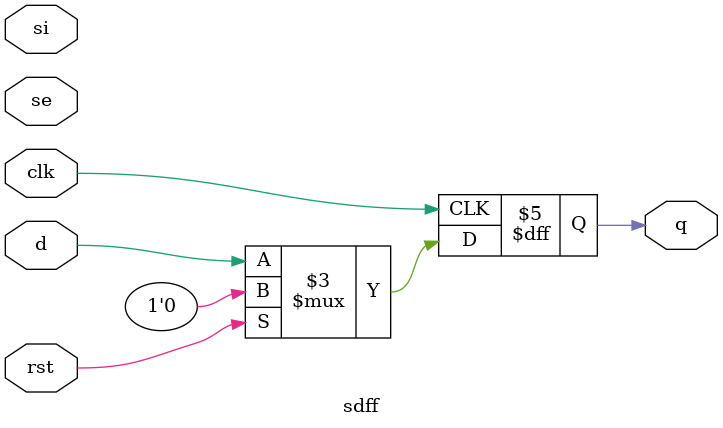
<source format=v>
module sdff (se,si,clk,rst,d,q);
input se,si,clk,rst,d;
output q;
  always @(posedge clk) 
  begin
    if (rst)
      q <= 1'b0;
    else
      q <= d;
  end

endmodule


</source>
